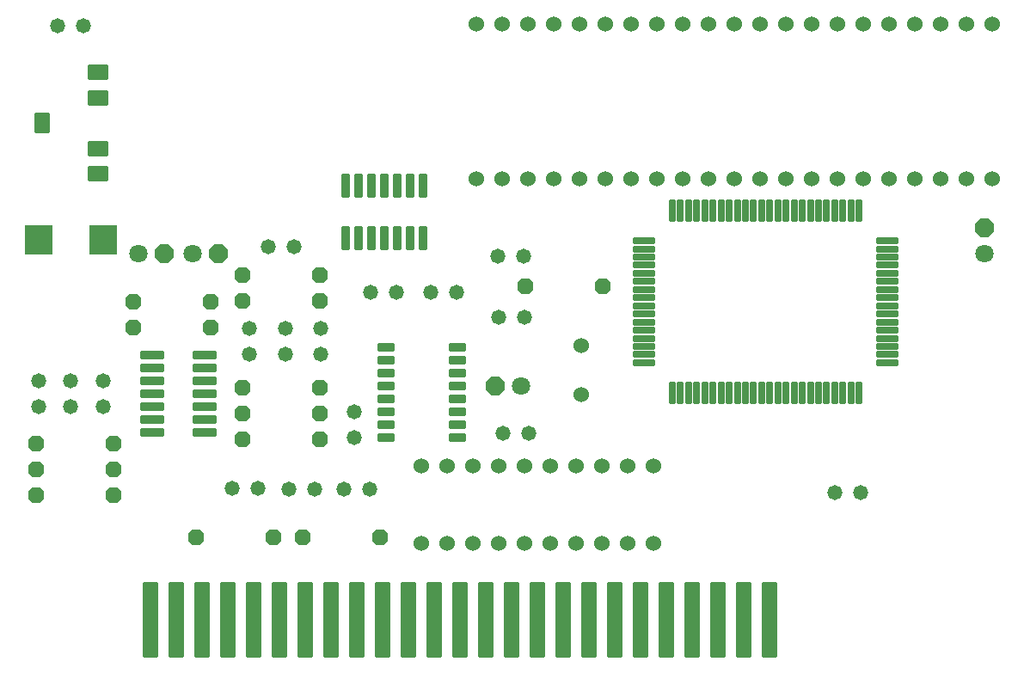
<source format=gbr>
%TF.GenerationSoftware,KiCad,Pcbnew,(6.0.5)*%
%TF.CreationDate,2022-11-15T11:28:17-03:00*%
%TF.ProjectId,MSX OPL4 Wozblaster,4d535820-4f50-44c3-9420-576f7a626c61,rev?*%
%TF.SameCoordinates,Original*%
%TF.FileFunction,Soldermask,Top*%
%TF.FilePolarity,Negative*%
%FSLAX46Y46*%
G04 Gerber Fmt 4.6, Leading zero omitted, Abs format (unit mm)*
G04 Created by KiCad (PCBNEW (6.0.5)) date 2022-11-15 11:28:17*
%MOMM*%
%LPD*%
G01*
G04 APERTURE LIST*
G04 Aperture macros list*
%AMRoundRect*
0 Rectangle with rounded corners*
0 $1 Rounding radius*
0 $2 $3 $4 $5 $6 $7 $8 $9 X,Y pos of 4 corners*
0 Add a 4 corners polygon primitive as box body*
4,1,4,$2,$3,$4,$5,$6,$7,$8,$9,$2,$3,0*
0 Add four circle primitives for the rounded corners*
1,1,$1+$1,$2,$3*
1,1,$1+$1,$4,$5*
1,1,$1+$1,$6,$7*
1,1,$1+$1,$8,$9*
0 Add four rect primitives between the rounded corners*
20,1,$1+$1,$2,$3,$4,$5,0*
20,1,$1+$1,$4,$5,$6,$7,0*
20,1,$1+$1,$6,$7,$8,$9,0*
20,1,$1+$1,$8,$9,$2,$3,0*%
%AMFreePoly0*
4,1,25,0.459769,0.882296,0.471892,0.871942,0.871942,0.471892,0.900449,0.415944,0.901700,0.400050,0.901700,-0.400050,0.882296,-0.459769,0.871942,-0.471892,0.471892,-0.871942,0.415944,-0.900449,0.400050,-0.901700,-0.400050,-0.901700,-0.459769,-0.882296,-0.471892,-0.871942,-0.871942,-0.471892,-0.900449,-0.415944,-0.901700,-0.400050,-0.901700,0.400050,-0.882296,0.459769,-0.871942,0.471892,
-0.471892,0.871942,-0.415944,0.900449,-0.400050,0.901700,0.400050,0.901700,0.459769,0.882296,0.459769,0.882296,$1*%
%AMFreePoly1*
4,1,25,0.389919,0.742596,0.402042,0.732242,0.732242,0.402042,0.760749,0.346094,0.762000,0.330200,0.762000,-0.330200,0.742596,-0.389919,0.732242,-0.402042,0.402042,-0.732242,0.346094,-0.760749,0.330200,-0.762000,-0.330200,-0.762000,-0.389919,-0.742596,-0.402042,-0.732242,-0.732242,-0.402042,-0.760749,-0.346094,-0.762000,-0.330200,-0.762000,0.330200,-0.742596,0.389919,-0.732242,0.402042,
-0.402042,0.732242,-0.346094,0.760749,-0.330200,0.762000,0.330200,0.762000,0.389919,0.742596,0.389919,0.742596,$1*%
G04 Aperture macros list end*
%ADD10RoundRect,0.101600X0.635000X3.660000X-0.635000X3.660000X-0.635000X-3.660000X0.635000X-3.660000X0*%
%ADD11RoundRect,0.101600X0.900000X0.650000X-0.900000X0.650000X-0.900000X-0.650000X0.900000X-0.650000X0*%
%ADD12RoundRect,0.101600X-0.650000X0.900000X-0.650000X-0.900000X0.650000X-0.900000X0.650000X0.900000X0*%
%ADD13FreePoly0,0.000000*%
%ADD14C,1.803400*%
%ADD15RoundRect,0.101600X-0.200000X1.000000X-0.200000X-1.000000X0.200000X-1.000000X0.200000X1.000000X0*%
%ADD16RoundRect,0.101600X0.200000X-1.000000X0.200000X1.000000X-0.200000X1.000000X-0.200000X-1.000000X0*%
%ADD17RoundRect,0.101600X1.000000X0.200000X-1.000000X0.200000X-1.000000X-0.200000X1.000000X-0.200000X0*%
%ADD18RoundRect,0.101600X-1.000000X-0.200000X1.000000X-0.200000X1.000000X0.200000X-1.000000X0.200000X0*%
%ADD19C,1.524000*%
%ADD20C,1.473200*%
%ADD21FreePoly1,0.000000*%
%ADD22FreePoly1,180.000000*%
%ADD23RoundRect,0.101600X0.750000X0.325000X-0.750000X0.325000X-0.750000X-0.325000X0.750000X-0.325000X0*%
%ADD24RoundRect,0.101600X-0.300000X-1.100000X0.300000X-1.100000X0.300000X1.100000X-0.300000X1.100000X0*%
%ADD25RoundRect,0.101600X1.100000X-0.300000X1.100000X0.300000X-1.100000X0.300000X-1.100000X-0.300000X0*%
%ADD26FreePoly0,180.000000*%
%ADD27FreePoly0,90.000000*%
%ADD28RoundRect,0.101600X1.275000X1.350000X-1.275000X1.350000X-1.275000X-1.350000X1.275000X-1.350000X0*%
G04 APERTURE END LIST*
D10*
%TO.C,IC1*%
X173400000Y-130840000D03*
X170860000Y-130840000D03*
X168320000Y-130840000D03*
X165780000Y-130840000D03*
X163240000Y-130840000D03*
X160700000Y-130840000D03*
X158160000Y-130840000D03*
X155620000Y-130840000D03*
X153080000Y-130840000D03*
X150540000Y-130840000D03*
X148000000Y-130840000D03*
X145460000Y-130840000D03*
X142920000Y-130840000D03*
X140380000Y-130840000D03*
X137840000Y-130840000D03*
X135300000Y-130840000D03*
X132760000Y-130840000D03*
X130220000Y-130840000D03*
X127680000Y-130840000D03*
X125140000Y-130840000D03*
X122600000Y-130840000D03*
X120060000Y-130840000D03*
X117520000Y-130840000D03*
X114980000Y-130840000D03*
X112440000Y-130840000D03*
%TD*%
D11*
%TO.C,U$6*%
X107270000Y-86925000D03*
X107270000Y-84425000D03*
X107270000Y-79425000D03*
X107270000Y-76925000D03*
D12*
X101770000Y-81925000D03*
%TD*%
D13*
%TO.C,C10*%
X119100000Y-94790000D03*
D14*
X116560000Y-94790000D03*
%TD*%
D15*
%TO.C,IC2*%
X163790000Y-108520000D03*
D16*
X164590000Y-108520000D03*
X165390000Y-108520000D03*
X166190000Y-108520000D03*
X166990000Y-108520000D03*
X167790000Y-108520000D03*
X168590000Y-108520000D03*
X169390000Y-108520000D03*
X170190000Y-108520000D03*
X170990000Y-108520000D03*
X171790000Y-108520000D03*
X172590000Y-108520000D03*
X173390000Y-108520000D03*
X174190000Y-108520000D03*
X174990000Y-108520000D03*
X175790000Y-108520000D03*
X176590000Y-108520000D03*
X177390000Y-108520000D03*
X178190000Y-108520000D03*
X178990000Y-108520000D03*
X179790000Y-108520000D03*
X180590000Y-108520000D03*
X181390000Y-108520000D03*
X182190000Y-108520000D03*
D17*
X160990000Y-105520000D03*
X160990000Y-104720000D03*
X160990000Y-103920000D03*
X160990000Y-103120000D03*
X160990000Y-102320000D03*
X160990000Y-101520000D03*
X160990000Y-100720000D03*
X160990000Y-99920000D03*
X160990000Y-99120000D03*
X160990000Y-98320000D03*
X160990000Y-97520000D03*
X160990000Y-96720000D03*
X160990000Y-95920000D03*
X160990000Y-95120000D03*
X160990000Y-94320000D03*
X160990000Y-93520000D03*
D15*
X163790000Y-90520000D03*
X164590000Y-90520000D03*
X165390000Y-90520000D03*
X166190000Y-90520000D03*
X166990000Y-90520000D03*
X167790000Y-90520000D03*
X168590000Y-90520000D03*
X169390000Y-90520000D03*
X170190000Y-90520000D03*
X170990000Y-90520000D03*
X171790000Y-90520000D03*
X172590000Y-90520000D03*
X173390000Y-90520000D03*
X174190000Y-90520000D03*
X174990000Y-90520000D03*
X175790000Y-90520000D03*
X176590000Y-90520000D03*
X177390000Y-90520000D03*
X178190000Y-90520000D03*
X178990000Y-90520000D03*
X179790000Y-90520000D03*
X180590000Y-90520000D03*
X181390000Y-90520000D03*
X182190000Y-90520000D03*
D18*
X184990000Y-93520000D03*
X184990000Y-94320000D03*
X184990000Y-95120000D03*
X184990000Y-95920000D03*
X184990000Y-96720000D03*
X184990000Y-97520000D03*
X184990000Y-98320000D03*
X184990000Y-99120000D03*
X184990000Y-99920000D03*
X184990000Y-100720000D03*
D17*
X184990000Y-101520000D03*
X184990000Y-102320000D03*
X184990000Y-103120000D03*
X184990000Y-103920000D03*
X184990000Y-104720000D03*
X184990000Y-105520000D03*
%TD*%
D19*
%TO.C,IC4*%
X144490000Y-72170000D03*
X147030000Y-72170000D03*
X149570000Y-72170000D03*
X152110000Y-72170000D03*
X154650000Y-72170000D03*
X157190000Y-72170000D03*
X159730000Y-72170000D03*
X162270000Y-72170000D03*
X164810000Y-72170000D03*
X167350000Y-72170000D03*
X169890000Y-72170000D03*
X172430000Y-72170000D03*
X174970000Y-72170000D03*
X177510000Y-72170000D03*
X180050000Y-72170000D03*
X182590000Y-72170000D03*
X185130000Y-72170000D03*
X187670000Y-72170000D03*
X190210000Y-72170000D03*
X192750000Y-72170000D03*
X195290000Y-72170000D03*
X195290000Y-87410000D03*
X192750000Y-87410000D03*
X190210000Y-87410000D03*
X187670000Y-87410000D03*
X185130000Y-87410000D03*
X182590000Y-87410000D03*
X180050000Y-87410000D03*
X177510000Y-87410000D03*
X174970000Y-87410000D03*
X172430000Y-87410000D03*
X169890000Y-87410000D03*
X167350000Y-87410000D03*
X164810000Y-87410000D03*
X162270000Y-87410000D03*
X159730000Y-87410000D03*
X157190000Y-87410000D03*
X154650000Y-87410000D03*
X152110000Y-87410000D03*
X149570000Y-87410000D03*
X147030000Y-87410000D03*
X144490000Y-87410000D03*
%TD*%
%TO.C,IC5*%
X139080000Y-123290000D03*
X141620000Y-123290000D03*
X144160000Y-123290000D03*
X146700000Y-123290000D03*
X149240000Y-123290000D03*
X151780000Y-123290000D03*
X154320000Y-123290000D03*
X156860000Y-123290000D03*
X159400000Y-123290000D03*
X161940000Y-123290000D03*
X161940000Y-115670000D03*
X159400000Y-115670000D03*
X156860000Y-115670000D03*
X154320000Y-115670000D03*
X151780000Y-115670000D03*
X149240000Y-115670000D03*
X146700000Y-115670000D03*
X144160000Y-115670000D03*
X141620000Y-115670000D03*
X139080000Y-115670000D03*
%TD*%
D20*
%TO.C,C7*%
X131490000Y-117980000D03*
X134030000Y-117980000D03*
%TD*%
D21*
%TO.C,R1*%
X124510000Y-122680000D03*
X116890000Y-122680000D03*
%TD*%
D22*
%TO.C,R2*%
X127410000Y-122680000D03*
X135030000Y-122680000D03*
%TD*%
%TO.C,R3*%
X108720000Y-118570000D03*
X101100000Y-118570000D03*
%TD*%
D21*
%TO.C,R4*%
X101100000Y-116030000D03*
X108720000Y-116030000D03*
%TD*%
D22*
%TO.C,R5*%
X108720000Y-113490000D03*
X101100000Y-113490000D03*
%TD*%
D21*
%TO.C,R6*%
X118290000Y-99490000D03*
X110670000Y-99490000D03*
%TD*%
D22*
%TO.C,R7*%
X110670000Y-102030000D03*
X118290000Y-102030000D03*
%TD*%
%TO.C,R8*%
X121496100Y-96903600D03*
X129116100Y-96903600D03*
%TD*%
%TO.C,R9*%
X121496100Y-99453600D03*
X129116100Y-99453600D03*
%TD*%
D21*
%TO.C,R10*%
X121496100Y-113040000D03*
X129116100Y-113040000D03*
%TD*%
D22*
%TO.C,R11*%
X129116100Y-110500000D03*
X121496100Y-110500000D03*
%TD*%
D21*
%TO.C,R12*%
X121496100Y-107960000D03*
X129116100Y-107960000D03*
%TD*%
D20*
%TO.C,C11*%
X107730000Y-107310000D03*
X107730000Y-109850000D03*
%TD*%
D23*
%TO.C,IC3*%
X135630000Y-112892500D03*
X142630000Y-104002500D03*
X135630000Y-111622500D03*
X135630000Y-110352500D03*
X135620000Y-109082500D03*
X135620000Y-107812500D03*
X135620000Y-106542500D03*
X135610000Y-105272500D03*
X135610000Y-104002500D03*
X142640000Y-112892500D03*
X142640000Y-111622500D03*
X142650000Y-110352500D03*
X142640000Y-109082500D03*
X142640000Y-107812500D03*
X142640000Y-106542500D03*
X142630000Y-105272500D03*
%TD*%
D24*
%TO.C,U$2*%
X132920000Y-93280000D03*
X132920000Y-88080000D03*
X131650000Y-93280000D03*
X134190000Y-93280000D03*
X135460000Y-93280000D03*
X131650000Y-88080000D03*
X134190000Y-88080000D03*
X135460000Y-88080000D03*
X138000000Y-93280000D03*
X138000000Y-88080000D03*
X136730000Y-93280000D03*
X139270000Y-93280000D03*
X136730000Y-88080000D03*
X139270000Y-88080000D03*
%TD*%
D25*
%TO.C,U$3*%
X112546100Y-104733600D03*
X112546100Y-107273600D03*
X117746100Y-104733600D03*
X117746100Y-107273600D03*
X112546100Y-106003600D03*
X117746100Y-106003600D03*
X112546100Y-108543600D03*
X112546100Y-109813600D03*
X112546100Y-112353600D03*
X117746100Y-108543600D03*
X117746100Y-109813600D03*
X117746100Y-112353600D03*
X112546100Y-111083600D03*
X117746100Y-111083600D03*
%TD*%
D20*
%TO.C,C2*%
X101380000Y-107310000D03*
X101380000Y-109850000D03*
%TD*%
%TO.C,C3*%
X104555000Y-107310000D03*
X104555000Y-109850000D03*
%TD*%
D19*
%TO.C,Q1*%
X154860000Y-103817000D03*
X154860000Y-108643000D03*
%TD*%
D21*
%TO.C,R13*%
X149340000Y-98020000D03*
X156960000Y-98020000D03*
%TD*%
D26*
%TO.C,C8*%
X146360000Y-107800000D03*
D14*
X148900000Y-107800000D03*
%TD*%
%TO.C,C9*%
X111180000Y-94790000D03*
D13*
X113720000Y-94790000D03*
%TD*%
D20*
%TO.C,C6*%
X128545000Y-117980000D03*
X126005000Y-117980000D03*
%TD*%
%TO.C,C12*%
X122136100Y-104720000D03*
X122136100Y-102180000D03*
%TD*%
%TO.C,C5*%
X125668100Y-104720000D03*
X125668100Y-102180000D03*
%TD*%
%TO.C,C4*%
X129200000Y-104720000D03*
X129200000Y-102180000D03*
%TD*%
%TO.C,C1*%
X132460000Y-110330000D03*
X132460000Y-112870000D03*
%TD*%
%TO.C,C16*%
X182330000Y-118350000D03*
X179790000Y-118350000D03*
%TD*%
%TO.C,C17*%
X134060000Y-98600000D03*
X136600000Y-98600000D03*
%TD*%
%TO.C,C18*%
X103250000Y-72340000D03*
X105790000Y-72340000D03*
%TD*%
%TO.C,C13*%
X142520000Y-98610000D03*
X139980000Y-98610000D03*
%TD*%
%TO.C,C14*%
X149130000Y-95050000D03*
X146590000Y-95050000D03*
%TD*%
%TO.C,C15*%
X149200000Y-101050000D03*
X146660000Y-101050000D03*
%TD*%
%TO.C,C19*%
X120480000Y-117920000D03*
X123020000Y-117920000D03*
%TD*%
%TO.C,C20*%
X124010000Y-94130000D03*
X126550000Y-94130000D03*
%TD*%
D14*
%TO.C,C21*%
X194550000Y-94770000D03*
D27*
X194550000Y-92230000D03*
%TD*%
D28*
%TO.C,C22*%
X107715000Y-93430000D03*
X101365000Y-93430000D03*
%TD*%
D20*
%TO.C,C23*%
X147090000Y-112450000D03*
X149630000Y-112450000D03*
%TD*%
M02*

</source>
